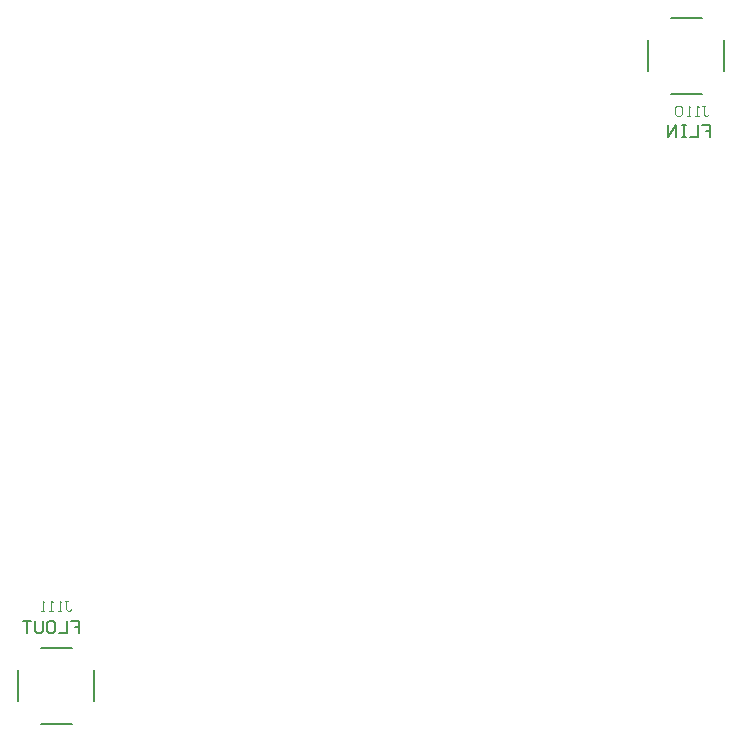
<source format=gbo>
G04 Layer_Color=8421376*
%FSLAX44Y44*%
%MOMM*%
G71*
G01*
G75*
%ADD19C,0.1200*%
%ADD22C,0.1524*%
%ADD36C,0.1270*%
D19*
X-37415Y541897D02*
X-34582D01*
X-35999D01*
Y534816D01*
X-34582Y533400D01*
X-33166D01*
X-31750Y534816D01*
X-40247Y533400D02*
X-43080D01*
X-41663D01*
Y541897D01*
X-40247Y540481D01*
X-47328Y533400D02*
X-50161D01*
X-48745D01*
Y541897D01*
X-47328Y540481D01*
X-54409D02*
X-55826Y541897D01*
X-58658D01*
X-60074Y540481D01*
Y534816D01*
X-58658Y533400D01*
X-55826D01*
X-54409Y534816D01*
Y540481D01*
X-577165Y122797D02*
X-574332D01*
X-575749D01*
Y115716D01*
X-574332Y114300D01*
X-572916D01*
X-571500Y115716D01*
X-579997Y114300D02*
X-582830D01*
X-581413D01*
Y122797D01*
X-579997Y121381D01*
X-587078Y114300D02*
X-589911D01*
X-588494D01*
Y122797D01*
X-587078Y121381D01*
X-594159Y114300D02*
X-596992D01*
X-595576D01*
Y122797D01*
X-594159Y121381D01*
D22*
X-37411Y525268D02*
X-30640D01*
Y520189D01*
X-34025D01*
X-30640D01*
Y515111D01*
X-40797Y525268D02*
Y515111D01*
X-47568D01*
X-50953Y525268D02*
X-54339D01*
X-52646D01*
Y515111D01*
X-50953D01*
X-54339D01*
X-59417D02*
Y525268D01*
X-66188Y515111D01*
Y525268D01*
X-571921Y105407D02*
X-565150D01*
Y100328D01*
X-568536D01*
X-565150D01*
Y95250D01*
X-575307Y105407D02*
Y95250D01*
X-582078D01*
X-590542Y105407D02*
X-587156D01*
X-585463Y103714D01*
Y96943D01*
X-587156Y95250D01*
X-590542D01*
X-592235Y96943D01*
Y103714D01*
X-590542Y105407D01*
X-595620D02*
Y96943D01*
X-597313Y95250D01*
X-600699D01*
X-602391Y96943D01*
Y105407D01*
X-605777D02*
X-612548D01*
X-609162D01*
Y95250D01*
D36*
X-63800Y616200D02*
X-37800D01*
X-82800Y571200D02*
Y597200D01*
X-18800Y571200D02*
Y597200D01*
X-63800Y552200D02*
X-37800D01*
X-597200Y18800D02*
X-571200D01*
X-552200Y37800D02*
Y63800D01*
X-616200Y37800D02*
Y63800D01*
X-597200Y82800D02*
X-571200D01*
M02*

</source>
